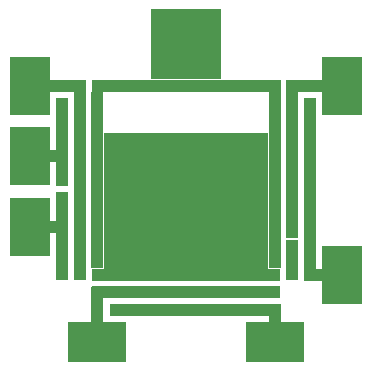
<source format=gbr>
G04 EAGLE Gerber RS-274X export*
G75*
%MOMM*%
%FSLAX34Y34*%
%LPD*%
%INTop Copper*%
%IPPOS*%
%AMOC8*
5,1,8,0,0,1.08239X$1,22.5*%
G01*
%ADD10R,6.000000X6.000000*%
%ADD11R,16.000000X1.000000*%
%ADD12R,1.000000X15.000000*%
%ADD13R,1.000000X16.000000*%
%ADD14R,14.000000X11.500000*%
%ADD15R,3.000000X5.000000*%
%ADD16R,5.000000X3.000000*%
%ADD17R,3.500000X1.000000*%
%ADD18R,1.000000X17.000000*%
%ADD19R,2.000000X1.000000*%
%ADD20R,1.000000X4.500000*%
%ADD21R,1.000000X7.500000*%
%ADD22R,1.000000X2.000000*%
%ADD23R,1.000000X3.500000*%
%ADD24R,14.500000X1.000000*%
%ADD25R,1.000000X13.500000*%
%ADD26R,5.000000X0.500000*%
%ADD27R,0.500000X5.000000*%


D10*
X0Y120000D03*
D11*
X0Y85000D03*
D12*
X-75000Y5000D03*
D13*
X75000Y10000D03*
D11*
X0Y-75000D03*
D14*
X0Y-12500D03*
D15*
X-135000Y85000D03*
X-135000Y25000D03*
X-135000Y-35000D03*
D16*
X-75000Y-135000D03*
X75000Y-135000D03*
D15*
X135000Y85000D03*
X135000Y-75000D03*
D17*
X-102500Y85000D03*
D18*
X-90000Y5000D03*
D19*
X-110000Y25000D03*
D20*
X-105000Y52500D03*
D19*
X-110000Y-35000D03*
D21*
X-105000Y-42500D03*
D22*
X-105000Y10000D03*
D23*
X-75000Y-102500D03*
D11*
X0Y-90000D03*
D22*
X75000Y-110000D03*
D24*
X7500Y-105000D03*
D17*
X102500Y85000D03*
D25*
X90000Y22500D03*
D23*
X90000Y-62500D03*
D19*
X110000Y-75000D03*
D12*
X105000Y0D03*
D26*
X-75000Y-117500D03*
X75000Y-117500D03*
D27*
X117500Y-75000D03*
X117500Y85000D03*
X-117500Y85000D03*
X-117500Y25000D03*
X-117500Y-35000D03*
M02*

</source>
